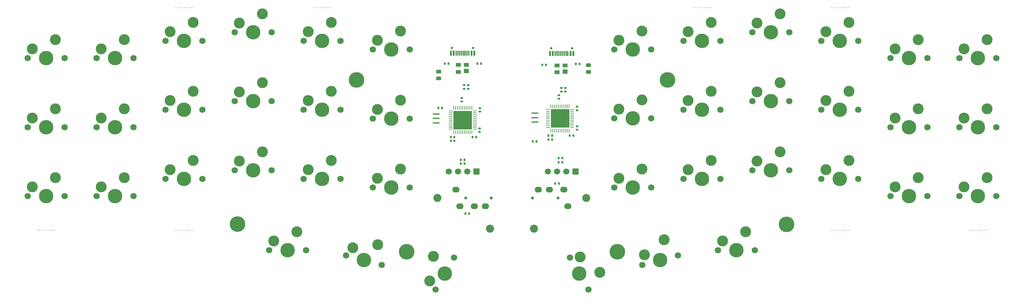
<source format=gts>
%TF.GenerationSoftware,KiCad,Pcbnew,(5.99.0-10289-g4f191ce2c7)*%
%TF.CreationDate,2021-04-16T01:34:07+03:00*%
%TF.ProjectId,corne-cherry,636f726e-652d-4636-9865-7272792e6b69,3.0.1*%
%TF.SameCoordinates,Original*%
%TF.FileFunction,Soldermask,Top*%
%TF.FilePolarity,Negative*%
%FSLAX46Y46*%
G04 Gerber Fmt 4.6, Leading zero omitted, Abs format (unit mm)*
G04 Created by KiCad (PCBNEW (5.99.0-10289-g4f191ce2c7)) date 2021-04-16 01:34:07*
%MOMM*%
%LPD*%
G01*
G04 APERTURE LIST*
G04 Aperture macros list*
%AMRoundRect*
0 Rectangle with rounded corners*
0 $1 Rounding radius*
0 $2 $3 $4 $5 $6 $7 $8 $9 X,Y pos of 4 corners*
0 Add a 4 corners polygon primitive as box body*
4,1,4,$2,$3,$4,$5,$6,$7,$8,$9,$2,$3,0*
0 Add four circle primitives for the rounded corners*
1,1,$1+$1,$2,$3*
1,1,$1+$1,$4,$5*
1,1,$1+$1,$6,$7*
1,1,$1+$1,$8,$9*
0 Add four rect primitives between the rounded corners*
20,1,$1+$1,$2,$3,$4,$5,0*
20,1,$1+$1,$4,$5,$6,$7,0*
20,1,$1+$1,$6,$7,$8,$9,0*
20,1,$1+$1,$8,$9,$2,$3,0*%
G04 Aperture macros list end*
%ADD10C,3.000000*%
%ADD11C,3.987800*%
%ADD12C,1.750000*%
%ADD13R,1.900000X0.400000*%
%ADD14C,0.650000*%
%ADD15R,0.300000X1.450000*%
%ADD16R,0.600000X1.450000*%
%ADD17RoundRect,0.062500X-0.062500X0.475000X-0.062500X-0.475000X0.062500X-0.475000X0.062500X0.475000X0*%
%ADD18RoundRect,0.062500X-0.475000X0.062500X-0.475000X-0.062500X0.475000X-0.062500X0.475000X0.062500X0*%
%ADD19R,5.200000X5.200000*%
%ADD20RoundRect,0.135000X0.135000X0.185000X-0.135000X0.185000X-0.135000X-0.185000X0.135000X-0.185000X0*%
%ADD21RoundRect,0.135000X-0.135000X-0.185000X0.135000X-0.185000X0.135000X0.185000X-0.135000X0.185000X0*%
%ADD22RoundRect,0.135000X-0.185000X0.135000X-0.185000X-0.135000X0.185000X-0.135000X0.185000X0.135000X0*%
%ADD23RoundRect,0.243750X-0.456250X0.243750X-0.456250X-0.243750X0.456250X-0.243750X0.456250X0.243750X0*%
%ADD24R,1.400000X1.200000*%
%ADD25R,1.400000X1.000000*%
%ADD26RoundRect,0.140000X0.170000X-0.140000X0.170000X0.140000X-0.170000X0.140000X-0.170000X-0.140000X0*%
%ADD27RoundRect,0.140000X0.140000X0.170000X-0.140000X0.170000X-0.140000X-0.170000X0.140000X-0.170000X0*%
%ADD28RoundRect,0.140000X-0.170000X0.140000X-0.170000X-0.140000X0.170000X-0.140000X0.170000X0.140000X0*%
%ADD29C,1.700000*%
%ADD30R,1.700000X1.700000*%
%ADD31C,4.300000*%
%ADD32C,2.200000*%
%ADD33C,0.300000*%
%ADD34C,0.800000*%
%ADD35O,2.000000X1.600000*%
G04 APERTURE END LIST*
D10*
X172533909Y-94809705D03*
D11*
X166864500Y-95150000D03*
D10*
X167159205Y-90580443D03*
D12*
X164324500Y-90750591D03*
X169404500Y-99549409D03*
D10*
X126728091Y-90415295D03*
D11*
X129857500Y-95155000D03*
D10*
X125752795Y-97184557D03*
D12*
X127317500Y-99554409D03*
X132397500Y-90755591D03*
D10*
X79647500Y-23575000D03*
D11*
X77107500Y-28655000D03*
D10*
X73297500Y-26115000D03*
D12*
X72027500Y-28655000D03*
X82187500Y-28655000D03*
D10*
X60647500Y-25950000D03*
D11*
X58107500Y-31030000D03*
D10*
X54297500Y-28490000D03*
D12*
X53027500Y-31030000D03*
X63187500Y-31030000D03*
D10*
X60647500Y-44950000D03*
D11*
X58107500Y-50030000D03*
D10*
X54297500Y-47490000D03*
D12*
X53027500Y-50030000D03*
X63187500Y-50030000D03*
D10*
X60647500Y-63950000D03*
D11*
X58107500Y-69030000D03*
D10*
X54297500Y-66490000D03*
D12*
X53027500Y-69030000D03*
X63187500Y-69030000D03*
D10*
X41647500Y-68700000D03*
D11*
X39107500Y-73780000D03*
D10*
X35297500Y-71240000D03*
D12*
X34027500Y-73780000D03*
X44187500Y-73780000D03*
D10*
X41647500Y-49700000D03*
D11*
X39107500Y-54780000D03*
D10*
X35297500Y-52240000D03*
D12*
X34027500Y-54780000D03*
X44187500Y-54780000D03*
D10*
X41647500Y-30700000D03*
D11*
X39107500Y-35780000D03*
D10*
X35297500Y-33240000D03*
D12*
X34027500Y-35780000D03*
X44187500Y-35780000D03*
D10*
X22647500Y-68700000D03*
D11*
X20107500Y-73780000D03*
D10*
X16297500Y-71240000D03*
D12*
X15027500Y-73780000D03*
X25187500Y-73780000D03*
D10*
X22647500Y-49700000D03*
D11*
X20107500Y-54780000D03*
D10*
X16297500Y-52240000D03*
D12*
X15027500Y-54780000D03*
X25187500Y-54780000D03*
D10*
X22647500Y-30700000D03*
D11*
X20107500Y-35780000D03*
D10*
X16297500Y-33240000D03*
D12*
X15027500Y-35780000D03*
X25187500Y-35780000D03*
D10*
X212654500Y-83570000D03*
D11*
X210114500Y-88650000D03*
D10*
X206304500Y-86110000D03*
D12*
X205034500Y-88650000D03*
X215194500Y-88650000D03*
D10*
X222154500Y-61570000D03*
D11*
X219614500Y-66650000D03*
D10*
X215804500Y-64110000D03*
D12*
X214534500Y-66650000D03*
X224694500Y-66650000D03*
D10*
X190253151Y-85835696D03*
D11*
X189114500Y-91400000D03*
D10*
X184776922Y-89932649D03*
D12*
X184207597Y-92714801D03*
X194021403Y-90085199D03*
D10*
X279154500Y-68695000D03*
D11*
X276614500Y-73775000D03*
D10*
X272804500Y-71235000D03*
D12*
X271534500Y-73775000D03*
X281694500Y-73775000D03*
D10*
X222154500Y-42570000D03*
D11*
X219614500Y-47650000D03*
D10*
X215804500Y-45110000D03*
D12*
X214534500Y-47650000D03*
X224694500Y-47650000D03*
D10*
X184154500Y-47320000D03*
D11*
X181614500Y-52400000D03*
D10*
X177804500Y-49860000D03*
D12*
X176534500Y-52400000D03*
X186694500Y-52400000D03*
D10*
X222154500Y-23570000D03*
D11*
X219614500Y-28650000D03*
D10*
X215804500Y-26110000D03*
D12*
X214534500Y-28650000D03*
X224694500Y-28650000D03*
D10*
X117647500Y-66325000D03*
D11*
X115107500Y-71405000D03*
D10*
X111297500Y-68865000D03*
D12*
X110027500Y-71405000D03*
X120187500Y-71405000D03*
D10*
X79647500Y-42575000D03*
D11*
X77107500Y-47655000D03*
D10*
X73297500Y-45115000D03*
D12*
X72027500Y-47655000D03*
X82187500Y-47655000D03*
D10*
X241154500Y-44945000D03*
D11*
X238614500Y-50025000D03*
D10*
X234804500Y-47485000D03*
D12*
X233534500Y-50025000D03*
X243694500Y-50025000D03*
D10*
X117647500Y-47325000D03*
D11*
X115107500Y-52405000D03*
D10*
X111297500Y-49865000D03*
D12*
X110027500Y-52405000D03*
X120187500Y-52405000D03*
D10*
X203154500Y-25945000D03*
D11*
X200614500Y-31025000D03*
D10*
X196804500Y-28485000D03*
D12*
X195534500Y-31025000D03*
X205694500Y-31025000D03*
D10*
X241154500Y-25945000D03*
D11*
X238614500Y-31025000D03*
D10*
X234804500Y-28485000D03*
D12*
X233534500Y-31025000D03*
X243694500Y-31025000D03*
D10*
X184147500Y-28325000D03*
D11*
X181607500Y-33405000D03*
D10*
X177797500Y-30865000D03*
D12*
X176527500Y-33405000D03*
X186687500Y-33405000D03*
D10*
X260154500Y-49695000D03*
D11*
X257614500Y-54775000D03*
D10*
X253804500Y-52235000D03*
D12*
X252534500Y-54775000D03*
X262694500Y-54775000D03*
D10*
X203154500Y-63945000D03*
D11*
X200614500Y-69025000D03*
D10*
X196804500Y-66485000D03*
D12*
X195534500Y-69025000D03*
X205694500Y-69025000D03*
D10*
X98647500Y-63950000D03*
D11*
X96107500Y-69030000D03*
D10*
X92297500Y-66490000D03*
D12*
X91027500Y-69030000D03*
X101187500Y-69030000D03*
D10*
X117647500Y-28325000D03*
D11*
X115107500Y-33405000D03*
D10*
X111297500Y-30865000D03*
D12*
X110027500Y-33405000D03*
X120187500Y-33405000D03*
D10*
X260154500Y-30695000D03*
D11*
X257614500Y-35775000D03*
D10*
X253804500Y-33235000D03*
D12*
X252534500Y-35775000D03*
X262694500Y-35775000D03*
D10*
X98647500Y-25950000D03*
D11*
X96107500Y-31030000D03*
D10*
X92297500Y-28490000D03*
D12*
X91027500Y-31030000D03*
X101187500Y-31030000D03*
D10*
X203154500Y-44945000D03*
D11*
X200614500Y-50025000D03*
D10*
X196804500Y-47485000D03*
D12*
X195534500Y-50025000D03*
X205694500Y-50025000D03*
D10*
X260154500Y-68695000D03*
D11*
X257614500Y-73775000D03*
D10*
X253804500Y-71235000D03*
D12*
X252534500Y-73775000D03*
X262694500Y-73775000D03*
D10*
X279154500Y-30695000D03*
D11*
X276614500Y-35775000D03*
D10*
X272804500Y-33235000D03*
D12*
X271534500Y-35775000D03*
X281694500Y-35775000D03*
D10*
X241154500Y-63945000D03*
D11*
X238614500Y-69025000D03*
D10*
X234804500Y-66485000D03*
D12*
X233534500Y-69025000D03*
X243694500Y-69025000D03*
D10*
X98647500Y-44950000D03*
D11*
X96107500Y-50030000D03*
D10*
X92297500Y-47490000D03*
D12*
X91027500Y-50030000D03*
X101187500Y-50030000D03*
D10*
X184154500Y-66320000D03*
D11*
X181614500Y-71400000D03*
D10*
X177804500Y-68860000D03*
D12*
X176534500Y-71400000D03*
X186694500Y-71400000D03*
D10*
X111375752Y-87155497D03*
D11*
X107607500Y-91405000D03*
D10*
X104584723Y-87965448D03*
D12*
X102700597Y-90090199D03*
X112514403Y-92719801D03*
D10*
X79647500Y-61575000D03*
D11*
X77107500Y-66655000D03*
D10*
X73297500Y-64115000D03*
D12*
X72027500Y-66655000D03*
X82187500Y-66655000D03*
D10*
X279154500Y-49695000D03*
D11*
X276614500Y-54775000D03*
D10*
X272804500Y-52235000D03*
D12*
X271534500Y-54775000D03*
X281694500Y-54775000D03*
D10*
X89147500Y-83575000D03*
D11*
X86607500Y-88655000D03*
D10*
X82797500Y-86115000D03*
D12*
X81527500Y-88655000D03*
X91687500Y-88655000D03*
D13*
X154667500Y-53360000D03*
X154667500Y-52160000D03*
X154667500Y-50960000D03*
X127507500Y-53590000D03*
X127507500Y-52390000D03*
X127507500Y-51190000D03*
D14*
X137637500Y-33005000D03*
X131857500Y-33005000D03*
D15*
X134997500Y-34450000D03*
X134497500Y-34450000D03*
X133997500Y-34450000D03*
X135497500Y-34450000D03*
X133497500Y-34450000D03*
X135997500Y-34450000D03*
X132997500Y-34450000D03*
X136497500Y-34450000D03*
D16*
X137197500Y-34450000D03*
X132297500Y-34450000D03*
X137972500Y-34450000D03*
X131522500Y-34450000D03*
D14*
X164917500Y-33020000D03*
X159137500Y-33020000D03*
D15*
X162277500Y-34465000D03*
X161777500Y-34465000D03*
X161277500Y-34465000D03*
X162777500Y-34465000D03*
X160777500Y-34465000D03*
X163277500Y-34465000D03*
X160277500Y-34465000D03*
X163777500Y-34465000D03*
D16*
X164477500Y-34465000D03*
X159577500Y-34465000D03*
X165252500Y-34465000D03*
X158802500Y-34465000D03*
D17*
X164107500Y-49062500D03*
X163607500Y-49062500D03*
X163107500Y-49062500D03*
X162607500Y-49062500D03*
X162107500Y-49062500D03*
X161607500Y-49062500D03*
X161107500Y-49062500D03*
X160607500Y-49062500D03*
X160107500Y-49062500D03*
X159607500Y-49062500D03*
X159107500Y-49062500D03*
D18*
X158270000Y-49900000D03*
X158270000Y-50400000D03*
X158270000Y-50900000D03*
X158270000Y-51400000D03*
X158270000Y-51900000D03*
X158270000Y-52400000D03*
X158270000Y-52900000D03*
X158270000Y-53400000D03*
X158270000Y-53900000D03*
X158270000Y-54400000D03*
X158270000Y-54900000D03*
D17*
X159107500Y-55737500D03*
X159607500Y-55737500D03*
X160107500Y-55737500D03*
X160607500Y-55737500D03*
X161107500Y-55737500D03*
X161607500Y-55737500D03*
X162107500Y-55737500D03*
X162607500Y-55737500D03*
X163107500Y-55737500D03*
X163607500Y-55737500D03*
X164107500Y-55737500D03*
D18*
X164945000Y-54900000D03*
X164945000Y-54400000D03*
X164945000Y-53900000D03*
X164945000Y-53400000D03*
X164945000Y-52900000D03*
X164945000Y-52400000D03*
X164945000Y-51900000D03*
X164945000Y-51400000D03*
X164945000Y-50900000D03*
X164945000Y-50400000D03*
X164945000Y-49900000D03*
D19*
X161607500Y-52400000D03*
D17*
X137317500Y-49512500D03*
X136817500Y-49512500D03*
X136317500Y-49512500D03*
X135817500Y-49512500D03*
X135317500Y-49512500D03*
X134817500Y-49512500D03*
X134317500Y-49512500D03*
X133817500Y-49512500D03*
X133317500Y-49512500D03*
X132817500Y-49512500D03*
X132317500Y-49512500D03*
D18*
X131480000Y-50350000D03*
X131480000Y-50850000D03*
X131480000Y-51350000D03*
X131480000Y-51850000D03*
X131480000Y-52350000D03*
X131480000Y-52850000D03*
X131480000Y-53350000D03*
X131480000Y-53850000D03*
X131480000Y-54350000D03*
X131480000Y-54850000D03*
X131480000Y-55350000D03*
D17*
X132317500Y-56187500D03*
X132817500Y-56187500D03*
X133317500Y-56187500D03*
X133817500Y-56187500D03*
X134317500Y-56187500D03*
X134817500Y-56187500D03*
X135317500Y-56187500D03*
X135817500Y-56187500D03*
X136317500Y-56187500D03*
X136817500Y-56187500D03*
X137317500Y-56187500D03*
D18*
X138155000Y-55350000D03*
X138155000Y-54850000D03*
X138155000Y-54350000D03*
X138155000Y-53850000D03*
X138155000Y-53350000D03*
X138155000Y-52850000D03*
X138155000Y-52350000D03*
X138155000Y-51850000D03*
X138155000Y-51350000D03*
X138155000Y-50850000D03*
X138155000Y-50350000D03*
D19*
X134817500Y-52850000D03*
D20*
X157757500Y-37620000D03*
X156737500Y-37620000D03*
D21*
X165917500Y-37360000D03*
X166937500Y-37360000D03*
X138837500Y-37310000D03*
X139857500Y-37310000D03*
D20*
X130927500Y-37310000D03*
X129907500Y-37310000D03*
X161317500Y-70350000D03*
X160297500Y-70350000D03*
D21*
X135547500Y-78580000D03*
X136567500Y-78580000D03*
D20*
X162187500Y-64470000D03*
X161167500Y-64470000D03*
X162217500Y-63260000D03*
X161197500Y-63260000D03*
X135307500Y-64800000D03*
X134287500Y-64800000D03*
X135307500Y-63760000D03*
X134287500Y-63760000D03*
D21*
X164267500Y-57120000D03*
X165287500Y-57120000D03*
D22*
X163067500Y-44000000D03*
X163067500Y-45020000D03*
X161967500Y-44010000D03*
X161967500Y-45030000D03*
D20*
X155067500Y-58700000D03*
X154047500Y-58700000D03*
D21*
X137527500Y-57560000D03*
X138547500Y-57560000D03*
D22*
X136297500Y-43200000D03*
X136297500Y-44220000D03*
X135237500Y-43190000D03*
X135237500Y-44210000D03*
D21*
X128097500Y-49480000D03*
X129117500Y-49480000D03*
D23*
X169367500Y-37702500D03*
X169367500Y-39577500D03*
X128157500Y-39472500D03*
X128157500Y-41347500D03*
D24*
X135787500Y-39360000D03*
D25*
X135787500Y-37640000D03*
X133587500Y-37640000D03*
X133587500Y-39540000D03*
D24*
X162987500Y-39520000D03*
D25*
X162987500Y-37800000D03*
X160787500Y-37800000D03*
X160787500Y-39700000D03*
D26*
X161307500Y-46930000D03*
X161307500Y-45970000D03*
X166287500Y-55530000D03*
X166287500Y-54570000D03*
D27*
X159387500Y-58230000D03*
X158427500Y-58230000D03*
X159387500Y-57130000D03*
X158427500Y-57130000D03*
D28*
X166307500Y-49170000D03*
X166307500Y-50130000D03*
D26*
X134517500Y-47730000D03*
X134517500Y-46770000D03*
D28*
X139487500Y-49550000D03*
X139487500Y-50510000D03*
D27*
X132517500Y-58520000D03*
X131557500Y-58520000D03*
D26*
X139477500Y-56100000D03*
X139477500Y-55140000D03*
D27*
X132517500Y-57500000D03*
X131557500Y-57500000D03*
D29*
X130937500Y-67010000D03*
X133477500Y-67010000D03*
X136017500Y-67010000D03*
D30*
X138557500Y-67010000D03*
D31*
X105575500Y-41765500D03*
X72764500Y-81520500D03*
X119330500Y-89135000D03*
D32*
X127869500Y-74254000D03*
X142301500Y-82775000D03*
D31*
X177389500Y-89145000D03*
X223955500Y-81530500D03*
X191144500Y-41775500D03*
D33*
X56455500Y-21869000D03*
X60018000Y-21869000D03*
X55861750Y-21869000D03*
X57049250Y-21869000D03*
X59424250Y-21869000D03*
X57643000Y-21869000D03*
X60611750Y-21869000D03*
X58236750Y-21869000D03*
X58830500Y-21869000D03*
X98582500Y-21873000D03*
X93832500Y-21873000D03*
X95613750Y-21873000D03*
X96801250Y-21873000D03*
X95020000Y-21873000D03*
X97395000Y-21873000D03*
X94426250Y-21873000D03*
X96207500Y-21873000D03*
X97988750Y-21873000D03*
X17787500Y-83176000D03*
X21943750Y-83176000D03*
X20756250Y-83176000D03*
X19568750Y-83176000D03*
X21350000Y-83176000D03*
X22537500Y-83176000D03*
X18975000Y-83176000D03*
X18381250Y-83176000D03*
X20162500Y-83176000D03*
X58123500Y-83178000D03*
X56936000Y-83178000D03*
X60498500Y-83178000D03*
X58717250Y-83178000D03*
X59311000Y-83178000D03*
X55748500Y-83178000D03*
X56342250Y-83178000D03*
X57529750Y-83178000D03*
X59904750Y-83178000D03*
D34*
X135620000Y-74270000D03*
X142620000Y-74270000D03*
D35*
X132920000Y-71970000D03*
X134020000Y-76570000D03*
X138020000Y-76570000D03*
X141020000Y-76570000D03*
D34*
X154027500Y-74280000D03*
X161027500Y-74280000D03*
D35*
X163727500Y-76580000D03*
X162627500Y-71980000D03*
X158627500Y-71980000D03*
X155627500Y-71980000D03*
D29*
X158207500Y-66980000D03*
X160747500Y-66980000D03*
X163287500Y-66980000D03*
D30*
X165827500Y-66980000D03*
D32*
X154418500Y-82785000D03*
X168850500Y-74264000D03*
D33*
X278436750Y-83183000D03*
X277249250Y-83183000D03*
X274874250Y-83183000D03*
X277843000Y-83183000D03*
X274280500Y-83183000D03*
X279030500Y-83183000D03*
X276061750Y-83183000D03*
X276655500Y-83183000D03*
X275468000Y-83183000D03*
X199550000Y-21885000D03*
X200737500Y-21885000D03*
X201925000Y-21885000D03*
X203112500Y-21885000D03*
X198956250Y-21885000D03*
X198362500Y-21885000D03*
X200143750Y-21885000D03*
X202518750Y-21885000D03*
X201331250Y-21885000D03*
X236868250Y-21870000D03*
X238055750Y-21870000D03*
X238649500Y-21870000D03*
X236274500Y-21870000D03*
X239243250Y-21870000D03*
X240430750Y-21870000D03*
X241024500Y-21870000D03*
X237462000Y-21870000D03*
X239837000Y-21870000D03*
X239929000Y-83193000D03*
X241116500Y-83193000D03*
X236960250Y-83193000D03*
X238741500Y-83193000D03*
X236366500Y-83193000D03*
X240522750Y-83193000D03*
X237554000Y-83193000D03*
X238147750Y-83193000D03*
X239335250Y-83193000D03*
M02*

</source>
